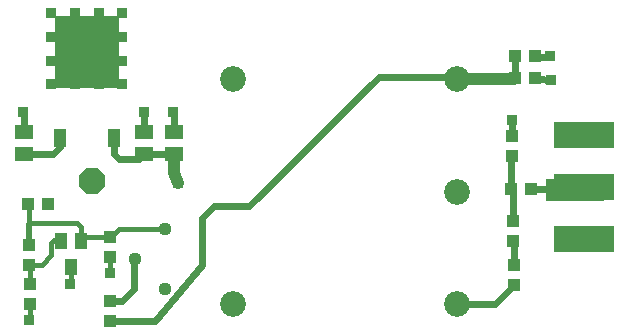
<source format=gtl>
G75*
G70*
%OFA0B0*%
%FSLAX24Y24*%
%IPPOS*%
%LPD*%
%AMOC8*
5,1,8,0,0,1.08239X$1,22.5*
%
%ADD10R,0.1942X0.0777*%
%ADD11R,0.0433X0.0394*%
%ADD12R,0.0394X0.0433*%
%ADD13R,0.2000X0.0900*%
%ADD14C,0.0860*%
%ADD15R,0.2126X0.2441*%
%ADD16R,0.0394X0.0630*%
%ADD17R,0.0591X0.0512*%
%ADD18OC8,0.0850*%
%ADD19C,0.0440*%
%ADD20R,0.0394X0.0551*%
%ADD21R,0.0357X0.0357*%
%ADD22C,0.0240*%
%ADD23C,0.0160*%
%ADD24C,0.0400*%
D10*
X026350Y010895D03*
D11*
X010852Y006514D03*
X010852Y007183D03*
X008174Y007073D03*
X008174Y007743D03*
X008153Y008393D03*
X008153Y009062D03*
X024250Y012014D03*
X024250Y012683D03*
X024362Y014608D03*
X025031Y014608D03*
X025017Y015352D03*
X024348Y015352D03*
X024302Y009855D03*
X024302Y009185D03*
D12*
X024307Y008380D03*
X024307Y007711D03*
X024210Y010928D03*
X024879Y010928D03*
X010865Y009307D03*
X010865Y008638D03*
X008786Y010434D03*
X008117Y010434D03*
D13*
X026657Y010981D03*
X026657Y012721D03*
X026657Y009241D03*
D14*
X022437Y010834D03*
X022437Y007094D03*
X014957Y007094D03*
X014957Y014574D03*
X022437Y014574D03*
D15*
X010087Y015478D03*
D16*
X009189Y012604D03*
X010985Y012604D03*
D17*
X011985Y012826D03*
X012985Y012826D03*
X012985Y012078D03*
X011985Y012078D03*
X007985Y012078D03*
X007985Y012826D03*
D18*
X010246Y011182D03*
D19*
X012680Y009591D03*
X011680Y008591D03*
X012680Y007591D03*
D20*
X009898Y009187D03*
X009228Y009187D03*
X009563Y008321D03*
D21*
X009532Y007743D03*
X010852Y008113D03*
X008162Y006563D03*
X013130Y011124D03*
X012941Y013494D03*
X011981Y013494D03*
X011265Y014405D03*
X010478Y014405D03*
X009691Y014405D03*
X008903Y014405D03*
X008903Y015193D03*
X009691Y015193D03*
X010478Y015193D03*
X011265Y015193D03*
X011265Y015980D03*
X010478Y015980D03*
X009691Y015980D03*
X008903Y015980D03*
X008903Y016768D03*
X009691Y016768D03*
X010478Y016768D03*
X011265Y016768D03*
X007952Y013493D03*
X024258Y013224D03*
X025945Y012589D03*
X026995Y012599D03*
X025555Y014538D03*
X025540Y015347D03*
X026006Y009111D03*
X027076Y009121D03*
D22*
X024307Y009180D02*
X024307Y008380D01*
X024307Y007711D02*
X023690Y007094D01*
X022437Y007094D01*
X024307Y009180D02*
X024302Y009185D01*
X024302Y009855D02*
X024302Y010836D01*
X024210Y010928D01*
X024210Y011974D01*
X024250Y012014D01*
X024250Y012683D02*
X024250Y013217D01*
X024258Y013224D01*
X024362Y014608D02*
X024372Y014872D01*
X024348Y015352D01*
X024376Y015325D01*
X025017Y015352D02*
X025270Y015317D01*
X025540Y015347D01*
X025555Y014538D02*
X025140Y014583D01*
X025031Y014608D01*
X022437Y014574D02*
X022345Y014667D01*
X019823Y014667D01*
X015492Y010336D01*
X014311Y010336D01*
X013918Y009943D01*
X013918Y008368D01*
X012362Y006532D01*
X010852Y006514D01*
X010852Y007183D02*
X011267Y007183D01*
X011671Y007587D01*
X011671Y008582D01*
X011680Y008591D01*
X011817Y011911D02*
X011162Y011911D01*
X010985Y012088D01*
X010985Y012604D01*
X011985Y012826D02*
X011985Y013490D01*
X011981Y013494D01*
X012941Y013494D02*
X012985Y013450D01*
X012985Y012826D01*
X012985Y012078D02*
X011985Y012078D01*
X011817Y011911D01*
X009193Y012305D02*
X009193Y012601D01*
X009189Y012604D01*
X009193Y012305D02*
X008967Y012078D01*
X007985Y012078D01*
X007985Y012826D02*
X007985Y013460D01*
X007952Y013493D01*
X024879Y010928D02*
X025925Y010928D01*
X026122Y010730D01*
D23*
X012680Y009591D02*
X011149Y009591D01*
X010865Y009307D01*
X010018Y009307D01*
X009898Y009187D01*
X009898Y009640D01*
X009751Y009787D01*
X008151Y009787D01*
X008121Y009757D01*
X008121Y009094D01*
X008153Y009062D01*
X008153Y010398D01*
X008117Y010434D01*
X008991Y009207D02*
X009208Y009207D01*
X009228Y009187D01*
X008991Y009207D02*
X008891Y009107D01*
X008891Y008707D01*
X008577Y008393D01*
X008153Y008393D01*
X008174Y008372D01*
X008174Y007743D01*
X008174Y007073D02*
X008174Y006575D01*
X008162Y006563D01*
X009532Y007743D02*
X009563Y007774D01*
X009563Y008321D01*
X010852Y008113D02*
X010865Y008126D01*
X010865Y008638D01*
D24*
X013130Y011124D02*
X012982Y011451D01*
X012985Y012078D01*
X022437Y014574D02*
X024329Y014574D01*
X024362Y014608D01*
M02*

</source>
